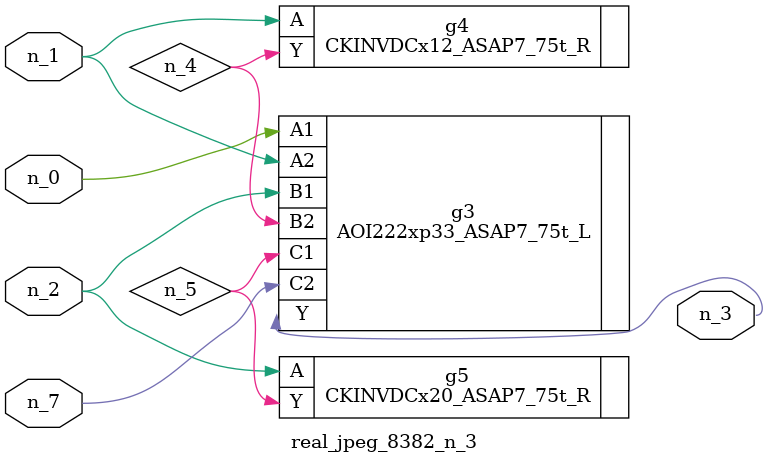
<source format=v>
module real_jpeg_8382_n_3 (n_7, n_1, n_0, n_2, n_3);

input n_7;
input n_1;
input n_0;
input n_2;

output n_3;

wire n_5;
wire n_4;

AOI222xp33_ASAP7_75t_L g3 ( 
.A1(n_0),
.A2(n_1),
.B1(n_2),
.B2(n_4),
.C1(n_5),
.C2(n_7),
.Y(n_3)
);

CKINVDCx12_ASAP7_75t_R g4 ( 
.A(n_1),
.Y(n_4)
);

CKINVDCx20_ASAP7_75t_R g5 ( 
.A(n_2),
.Y(n_5)
);


endmodule
</source>
